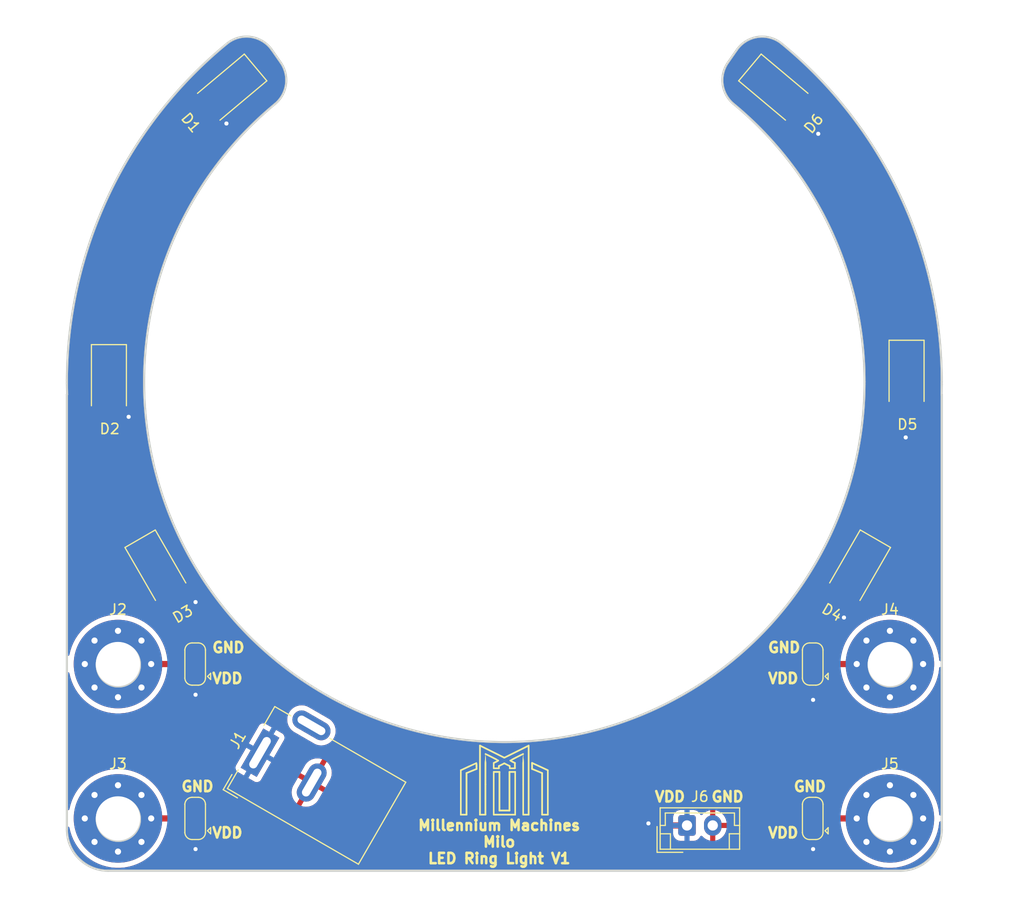
<source format=kicad_pcb>
(kicad_pcb (version 20221018) (generator pcbnew)
  (layers (0 "F.Cu" signal) (31 "B.Cu" signal) (34 "B.Paste" user) (35 "F.Paste" user) (36 "B.SilkS" user "B.Silkscreen") (37 "F.SilkS" user "F.Silkscreen") (38 "B.Mask" user) (39 "F.Mask" user) (44 "Edge.Cuts" user))
  (net 0 "")
  (net 1 "GND")
  (net 2 "VDD")
  (net 3 "Net-(J2-Pin_1)")
  (net 4 "Net-(J3-Pin_1)")
  (net 5 "Net-(J4-Pin_1)")
  (net 6 "Net-(J5-Pin_1)")
  (footprint "MountingHole:MountingHole_4.3mm_M4_Pad_Via" (layer "F.Cu") (at 107.464024 97.518461)
    (fp_text reference "J5" (at 0 -5.3) (layer "F.SilkS"))
    (fp_text value "MountingHole" hide)
    (pad "1" thru_hole circle (at -3.225 0) (size 0.9 0.9) (drill 0.6) (layers "*.Cu" "*.Mask") (net 6 "Net-(J5-Pin_1)"))
    (pad "1" thru_hole circle (at -2.280419 -2.280419) (size 0.9 0.9) (drill 0.6) (layers "*.Cu" "*.Mask") (net 6 "Net-(J5-Pin_1)"))
    (pad "1" thru_hole circle (at -2.280419 2.280419) (size 0.9 0.9) (drill 0.6) (layers "*.Cu" "*.Mask") (net 6 "Net-(J5-Pin_1)"))
    (pad "1" thru_hole circle (at 0 -3.225) (size 0.9 0.9) (drill 0.6) (layers "*.Cu" "*.Mask") (net 6 "Net-(J5-Pin_1)"))
    (pad "1" thru_hole circle (at 0 0) (size 8.6 8.6) (drill 4.3) (layers "*.Cu" "*.Mask") (net 6 "Net-(J5-Pin_1)"))
    (pad "1" thru_hole circle (at 0 3.225) (size 0.9 0.9) (drill 0.6) (layers "*.Cu" "*.Mask") (net 6 "Net-(J5-Pin_1)"))
    (pad "1" thru_hole circle (at 2.280419 -2.280419) (size 0.9 0.9) (drill 0.6) (layers "*.Cu" "*.Mask") (net 6 "Net-(J5-Pin_1)"))
    (pad "1" thru_hole circle (at 2.280419 2.280419) (size 0.9 0.9) (drill 0.6) (layers "*.Cu" "*.Mask") (net 6 "Net-(J5-Pin_1)"))
    (pad "1" thru_hole circle (at 3.225 0) (size 0.9 0.9) (drill 0.6) (layers "*.Cu" "*.Mask") (net 6 "Net-(J5-Pin_1)"))
  )
  (footprint "Jumper:SolderJumper-3_P1.3mm_Open_RoundedPad1.0x1.5mm" (layer "F.Cu") (at 39.964024 82.518461 90)
    (fp_text reference "JP1" hide)
    (fp_text value "M4 Mounting Hole Selector" hide)
    (fp_line (start -2.05 0.3) (end -2.05 -0.3) (stroke (width 0.12)) (layer "F.SilkS"))
    (fp_line (start -1.5 1.5) (end -0.9 1.5) (stroke (width 0.12)) (layer "F.SilkS"))
    (fp_line (start -1.4 -1) (end 1.4 -1) (stroke (width 0.12)) (layer "F.SilkS"))
    (fp_line (start -1.2 1.2) (end -1.5 1.5) (stroke (width 0.12)) (layer "F.SilkS"))
    (fp_line (start -1.2 1.2) (end -0.9 1.5) (stroke (width 0.12)) (layer "F.SilkS"))
    (fp_line (start 1.4 1) (end -1.4 1) (stroke (width 0.12)) (layer "F.SilkS"))
    (fp_line (start 2.05 -0.3) (end 2.05 0.3) (stroke (width 0.12)) (layer "F.SilkS"))
    (fp_arc (start -2.05 -0.3) (mid -1.844975 -0.794975) (end -1.35 -1) (stroke (width 0.12)) (layer "F.SilkS"))
    (fp_arc (start -1.35 1) (mid -1.844975 0.794975) (end -2.05 0.3) (stroke (width 0.12)) (layer "F.SilkS"))
    (fp_arc (start 1.35 -1) (mid 1.844975 -0.794975) (end 2.05 -0.3) (stroke (width 0.12)) (layer "F.SilkS"))
    (fp_arc (start 2.05 0.3) (mid 1.844975 0.794975) (end 1.35 1) (stroke (width 0.12)) (layer "F.SilkS"))
    (pad "1" smd custom (at -1.3 0 90) (size 1 0.5) (layers "F.Cu" "F.Mask") (net 2 "VDD") (options (clearance outline) (anchor rect)) (primitives (gr_circle (center 0 0.25) (end 0.5 0.25) (width 0) (fill yes)) (gr_circle (center 0 -0.25) (end 0.5 -0.25) (width 0) (fill yes)) (gr_poly (pts (xy 0.55 0.75) (xy 0 0.75) (xy 0 -0.75) (xy 0.55 -0.75)) (width 0) (fill yes))))
    (pad "2" smd rect (at 0 0 90) (size 1 1.5) (layers "F.Cu" "F.Mask") (net 3 "Net-(J2-Pin_1)"))
    (pad "3" smd custom (at 1.3 0 90) (size 1 0.5) (layers "F.Cu" "F.Mask") (net 1 "GND") (options (clearance outline) (anchor rect)) (primitives (gr_circle (center 0 0.25) (end 0.5 0.25) (width 0) (fill yes)) (gr_circle (center 0 -0.25) (end 0.5 -0.25) (width 0) (fill yes)) (gr_poly (pts (xy 0 0.75) (xy -0.55 0.75) (xy -0.55 -0.75) (xy 0 -0.75)) (width 0) (fill yes))))
  )
  (footprint "MountingHole:MountingHole_4.3mm_M4_Pad_Via" (layer "F.Cu") (at 32.464024 82.518461)
    (fp_text reference "J2" (at 0 -5.3) (layer "F.SilkS"))
    (fp_text value "MountingHole" hide)
    (pad "1" thru_hole circle (at -3.225 0) (size 0.9 0.9) (drill 0.6) (layers "*.Cu" "*.Mask") (net 3 "Net-(J2-Pin_1)"))
    (pad "1" thru_hole circle (at -2.280419 -2.280419) (size 0.9 0.9) (drill 0.6) (layers "*.Cu" "*.Mask") (net 3 "Net-(J2-Pin_1)"))
    (pad "1" thru_hole circle (at -2.280419 2.280419) (size 0.9 0.9) (drill 0.6) (layers "*.Cu" "*.Mask") (net 3 "Net-(J2-Pin_1)"))
    (pad "1" thru_hole circle (at 0 -3.225) (size 0.9 0.9) (drill 0.6) (layers "*.Cu" "*.Mask") (net 3 "Net-(J2-Pin_1)"))
    (pad "1" thru_hole circle (at 0 0) (size 8.6 8.6) (drill 4.3) (layers "*.Cu" "*.Mask") (net 3 "Net-(J2-Pin_1)"))
    (pad "1" thru_hole circle (at 0 3.225) (size 0.9 0.9) (drill 0.6) (layers "*.Cu" "*.Mask") (net 3 "Net-(J2-Pin_1)"))
    (pad "1" thru_hole circle (at 2.280419 -2.280419) (size 0.9 0.9) (drill 0.6) (layers "*.Cu" "*.Mask") (net 3 "Net-(J2-Pin_1)"))
    (pad "1" thru_hole circle (at 2.280419 2.280419) (size 0.9 0.9) (drill 0.6) (layers "*.Cu" "*.Mask") (net 3 "Net-(J2-Pin_1)"))
    (pad "1" thru_hole circle (at 3.225 0) (size 0.9 0.9) (drill 0.6) (layers "*.Cu" "*.Mask") (net 3 "Net-(J2-Pin_1)"))
  )
  (footprint "LED_SMD:LED_Yuji_5730" (layer "F.Cu") (at 109.082624 54.65 -90)
    (fp_text reference "D5" (at 4.5918 -0.0762 -180) (layer "F.SilkS"))
    (fp_text value "LED")
    (fp_line (start -3.59 -1.7) (end 2.35 -1.7) (stroke (width 0.12)) (layer "F.SilkS"))
    (fp_line (start -3.59 1.7) (end -3.59 -1.7) (stroke (width 0.12)) (layer "F.SilkS"))
    (fp_line (start 2.35 1.7) (end -3.59 1.7) (stroke (width 0.12)) (layer "F.SilkS"))
    (pad "1" smd rect (at -2.85 0 270) (size 1.1 1.7) (layers "F.Cu" "F.Paste" "F.Mask") (net 1 "GND"))
    (pad "2" smd rect (at 0.35 0 270) (size 2.5 1.7) (layers "F.Cu" "F.Paste" "F.Mask") (net 2 "VDD"))
    (pad "2" smd rect (at 2.85 0 270) (size 1.1 1.7) (layers "F.Cu" "F.Paste" "F.Mask") (net 2 "VDD"))
  )
  (footprint "Jumper:SolderJumper-3_P1.3mm_Open_RoundedPad1.0x1.5mm" (layer "F.Cu") (at 99.964024 97.518461 90)
    (fp_text reference "JP4" hide)
    (fp_text value "M4 Mounting Hole Selector" hide)
    (fp_line (start -2.05 0.3) (end -2.05 -0.3) (stroke (width 0.12)) (layer "F.SilkS"))
    (fp_line (start -1.5 1.5) (end -0.9 1.5) (stroke (width 0.12)) (layer "F.SilkS"))
    (fp_line (start -1.4 -1) (end 1.4 -1) (stroke (width 0.12)) (layer "F.SilkS"))
    (fp_line (start -1.2 1.2) (end -1.5 1.5) (stroke (width 0.12)) (layer "F.SilkS"))
    (fp_line (start -1.2 1.2) (end -0.9 1.5) (stroke (width 0.12)) (layer "F.SilkS"))
    (fp_line (start 1.4 1) (end -1.4 1) (stroke (width 0.12)) (layer "F.SilkS"))
    (fp_line (start 2.05 -0.3) (end 2.05 0.3) (stroke (width 0.12)) (layer "F.SilkS"))
    (fp_arc (start -2.05 -0.3) (mid -1.844975 -0.794975) (end -1.35 -1) (stroke (width 0.12)) (layer "F.SilkS"))
    (fp_arc (start -1.35 1) (mid -1.844975 0.794975) (end -2.05 0.3) (stroke (width 0.12)) (layer "F.SilkS"))
    (fp_arc (start 1.35 -1) (mid 1.844975 -0.794975) (end 2.05 -0.3) (stroke (width 0.12)) (layer "F.SilkS"))
    (fp_arc (start 2.05 0.3) (mid 1.844975 0.794975) (end 1.35 1) (stroke (width 0.12)) (layer "F.SilkS"))
    (pad "1" smd custom (at -1.3 0 90) (size 1 0.5) (layers "F.Cu" "F.Mask") (net 2 "VDD") (options (clearance outline) (anchor rect)) (primitives (gr_circle (center 0 0.25) (end 0.5 0.25) (width 0) (fill yes)) (gr_circle (center 0 -0.25) (end 0.5 -0.25) (width 0) (fill yes)) (gr_poly (pts (xy 0.55 0.75) (xy 0 0.75) (xy 0 -0.75) (xy 0.55 -0.75)) (width 0) (fill yes))))
    (pad "2" smd rect (at 0 0 90) (size 1 1.5) (layers "F.Cu" "F.Mask") (net 6 "Net-(J5-Pin_1)"))
    (pad "3" smd custom (at 1.3 0 90) (size 1 0.5) (layers "F.Cu" "F.Mask") (net 1 "GND") (options (clearance outline) (anchor rect)) (primitives (gr_circle (center 0 0.25) (end 0.5 0.25) (width 0) (fill yes)) (gr_circle (center 0 -0.25) (end 0.5 -0.25) (width 0) (fill yes)) (gr_poly (pts (xy 0 0.75) (xy -0.55 0.75) (xy -0.55 -0.75) (xy 0 -0.75)) (width 0) (fill yes))))
  )
  (footprint "Jumper:SolderJumper-3_P1.3mm_Open_RoundedPad1.0x1.5mm" (layer "F.Cu") (at 39.964024 97.518461 90)
    (fp_text reference "JP2" hide)
    (fp_text value "M4 Mounting Hole Selector" hide)
    (fp_line (start -2.05 0.3) (end -2.05 -0.3) (stroke (width 0.12)) (layer "F.SilkS"))
    (fp_line (start -1.5 1.5) (end -0.9 1.5) (stroke (width 0.12)) (layer "F.SilkS"))
    (fp_line (start -1.4 -1) (end 1.4 -1) (stroke (width 0.12)) (layer "F.SilkS"))
    (fp_line (start -1.2 1.2) (end -1.5 1.5) (stroke (width 0.12)) (layer "F.SilkS"))
    (fp_line (start -1.2 1.2) (end -0.9 1.5) (stroke (width 0.12)) (layer "F.SilkS"))
    (fp_line (start 1.4 1) (end -1.4 1) (stroke (width 0.12)) (layer "F.SilkS"))
    (fp_line (start 2.05 -0.3) (end 2.05 0.3) (stroke (width 0.12)) (layer "F.SilkS"))
    (fp_arc (start -2.05 -0.3) (mid -1.844975 -0.794975) (end -1.35 -1) (stroke (width 0.12)) (layer "F.SilkS"))
    (fp_arc (start -1.35 1) (mid -1.844975 0.794975) (end -2.05 0.3) (stroke (width 0.12)) (layer "F.SilkS"))
    (fp_arc (start 1.35 -1) (mid 1.844975 -0.794975) (end 2.05 -0.3) (stroke (width 0.12)) (layer "F.SilkS"))
    (fp_arc (start 2.05 0.3) (mid 1.844975 0.794975) (end 1.35 1) (stroke (width 0.12)) (layer "F.SilkS"))
    (pad "1" smd custom (at -1.3 0 90) (size 1 0.5) (layers "F.Cu" "F.Mask") (net 2 "VDD") (options (clearance outline) (anchor rect)) (primitives (gr_circle (center 0 0.25) (end 0.5 0.25) (width 0) (fill yes)) (gr_circle (center 0 -0.25) (end 0.5 -0.25) (width 0) (fill yes)) (gr_poly (pts (xy 0.55 0.75) (xy 0 0.75) (xy 0 -0.75) (xy 0.55 -0.75)) (width 0) (fill yes))))
    (pad "2" smd rect (at 0 0 90) (size 1 1.5) (layers "F.Cu" "F.Mask") (net 4 "Net-(J3-Pin_1)"))
    (pad "3" smd custom (at 1.3 0 90) (size 1 0.5) (layers "F.Cu" "F.Mask") (net 1 "GND") (options (clearance outline) (anchor rect)) (primitives (gr_circle (center 0 0.25) (end 0.5 0.25) (width 0) (fill yes)) (gr_circle (center 0 -0.25) (end 0.5 -0.25) (width 0) (fill yes)) (gr_poly (pts (xy 0 0.75) (xy -0.55 0.75) (xy -0.55 -0.75) (xy 0 -0.75)) (width 0) (fill yes))))
  )
  (footprint "Jumper:SolderJumper-3_P1.3mm_Open_RoundedPad1.0x1.5mm" (layer "F.Cu") (at 99.964024 82.518461 90)
    (fp_text reference "JP3" hide)
    (fp_text value "M4 Mounting Hole Selector" hide)
    (fp_line (start -2.05 0.3) (end -2.05 -0.3) (stroke (width 0.12)) (layer "F.SilkS"))
    (fp_line (start -1.5 1.5) (end -0.9 1.5) (stroke (width 0.12)) (layer "F.SilkS"))
    (fp_line (start -1.4 -1) (end 1.4 -1) (stroke (width 0.12)) (layer "F.SilkS"))
    (fp_line (start -1.2 1.2) (end -1.5 1.5) (stroke (width 0.12)) (layer "F.SilkS"))
    (fp_line (start -1.2 1.2) (end -0.9 1.5) (stroke (width 0.12)) (layer "F.SilkS"))
    (fp_line (start 1.4 1) (end -1.4 1) (stroke (width 0.12)) (layer "F.SilkS"))
    (fp_line (start 2.05 -0.3) (end 2.05 0.3) (stroke (width 0.12)) (layer "F.SilkS"))
    (fp_arc (start -2.05 -0.3) (mid -1.844975 -0.794975) (end -1.35 -1) (stroke (width 0.12)) (layer "F.SilkS"))
    (fp_arc (start -1.35 1) (mid -1.844975 0.794975) (end -2.05 0.3) (stroke (width 0.12)) (layer "F.SilkS"))
    (fp_arc (start 1.35 -1) (mid 1.844975 -0.794975) (end 2.05 -0.3) (stroke (width 0.12)) (layer "F.SilkS"))
    (fp_arc (start 2.05 0.3) (mid 1.844975 0.794975) (end 1.35 1) (stroke (width 0.12)) (layer "F.SilkS"))
    (pad "1" smd custom (at -1.3 0 90) (size 1 0.5) (layers "F.Cu" "F.Mask") (net 2 "VDD") (options (clearance outline) (anchor rect)) (primitives (gr_circle (center 0 0.25) (end 0.5 0.25) (width 0) (fill yes)) (gr_circle (center 0 -0.25) (end 0.5 -0.25) (width 0) (fill yes)) (gr_poly (pts (xy 0.55 0.75) (xy 0 0.75) (xy 0 -0.75) (xy 0.55 -0.75)) (width 0) (fill yes))))
    (pad "2" smd rect (at 0 0 90) (size 1 1.5) (layers "F.Cu" "F.Mask") (net 5 "Net-(J4-Pin_1)"))
    (pad "3" smd custom (at 1.3 0 90) (size 1 0.5) (layers "F.Cu" "F.Mask") (net 1 "GND") (options (clearance outline) (anchor rect)) (primitives (gr_circle (center 0 0.25) (end 0.5 0.25) (width 0) (fill yes)) (gr_circle (center 0 -0.25) (end 0.5 -0.25) (width 0) (fill yes)) (gr_poly (pts (xy 0 0.75) (xy -0.55 0.75) (xy -0.55 -0.75) (xy 0 -0.75)) (width 0) (fill yes))))
  )
  (footprint "MountingHole:MountingHole_4.3mm_M4_Pad_Via" (layer "F.Cu") (at 32.464024 97.518461)
    (fp_text reference "J3" (at 0 -5.3) (layer "F.SilkS"))
    (fp_text value "MountingHole" hide)
    (pad "1" thru_hole circle (at -3.225 0) (size 0.9 0.9) (drill 0.6) (layers "*.Cu" "*.Mask") (net 4 "Net-(J3-Pin_1)"))
    (pad "1" thru_hole circle (at -2.280419 -2.280419) (size 0.9 0.9) (drill 0.6) (layers "*.Cu" "*.Mask") (net 4 "Net-(J3-Pin_1)"))
    (pad "1" thru_hole circle (at -2.280419 2.280419) (size 0.9 0.9) (drill 0.6) (layers "*.Cu" "*.Mask") (net 4 "Net-(J3-Pin_1)"))
    (pad "1" thru_hole circle (at 0 -3.225) (size 0.9 0.9) (drill 0.6) (layers "*.Cu" "*.Mask") (net 4 "Net-(J3-Pin_1)"))
    (pad "1" thru_hole circle (at 0 0) (size 8.6 8.6) (drill 4.3) (layers "*.Cu" "*.Mask") (net 4 "Net-(J3-Pin_1)"))
    (pad "1" thru_hole circle (at 0 3.225) (size 0.9 0.9) (drill 0.6) (layers "*.Cu" "*.Mask") (net 4 "Net-(J3-Pin_1)"))
    (pad "1" thru_hole circle (at 2.280419 -2.280419) (size 0.9 0.9) (drill 0.6) (layers "*.Cu" "*.Mask") (net 4 "Net-(J3-Pin_1)"))
    (pad "1" thru_hole circle (at 2.280419 2.280419) (size 0.9 0.9) (drill 0.6) (layers "*.Cu" "*.Mask") (net 4 "Net-(J3-Pin_1)"))
    (pad "1" thru_hole circle (at 3.225 0) (size 0.9 0.9) (drill 0.6) (layers "*.Cu" "*.Mask") (net 4 "Net-(J3-Pin_1)"))
  )
  (footprint "Connector_JST:JST_EH_B2B-EH-A_1x02_P2.50mm_Vertical" (layer "F.Cu") (at 87.75 98.2)
    (fp_text reference "J6" (at 1.25 -2.8) (layer "F.SilkS"))
    (fp_text value "Power Connector")
    (fp_line (start -2.91 0.11) (end -2.91 2.61) (stroke (width 0.12)) (layer "F.SilkS"))
    (fp_line (start -2.91 2.61) (end -0.41 2.61) (stroke (width 0.12)) (layer "F.SilkS"))
    (fp_line (start -2.61 -1.71) (end -2.61 2.31) (stroke (width 0.12)) (layer "F.SilkS"))
    (fp_line (start -2.61 0) (end -2.11 0) (stroke (width 0.12)) (layer "F.SilkS"))
    (fp_line (start -2.61 0.81) (end -1.61 0.81) (stroke (width 0.12)) (layer "F.SilkS"))
    (fp_line (start -2.61 2.31) (end 5.11 2.31) (stroke (width 0.12)) (layer "F.SilkS"))
    (fp_line (start -2.11 -1.21) (end 4.61 -1.21) (stroke (width 0.12)) (layer "F.SilkS"))
    (fp_line (start -2.11 0) (end -2.11 -1.21) (stroke (width 0.12)) (layer "F.SilkS"))
    (fp_line (start -1.61 0.81) (end -1.61 2.31) (stroke (width 0.12)) (layer "F.SilkS"))
    (fp_line (start 4.11 0.81) (end 4.11 2.31) (stroke (width 0.12)) (layer "F.SilkS"))
    (fp_line (start 4.61 -1.21) (end 4.61 0) (stroke (width 0.12)) (layer "F.SilkS"))
    (fp_line (start 4.61 0) (end 5.11 0) (stroke (width 0.12)) (layer "F.SilkS"))
    (fp_line (start 5.11 -1.71) (end -2.61 -1.71) (stroke (width 0.12)) (layer "F.SilkS"))
    (fp_line (start 5.11 0.81) (end 4.11 0.81) (stroke (width 0.12)) (layer "F.SilkS"))
    (fp_line (start 5.11 2.31) (end 5.11 -1.71) (stroke (width 0.12)) (layer "F.SilkS"))
    (pad "1" thru_hole roundrect (at 0 0) (size 1.7 2) (drill 1) (layers "*.Cu" "*.Mask") (roundrect_rratio 0.1470588235) (net 2 "VDD"))
    (pad "2" thru_hole oval (at 2.5 0) (size 1.7 2) (drill 1) (layers "*.Cu" "*.Mask") (net 1 "GND"))
  )
  (footprint "Connector_BarrelJack:BarrelJack_Wuerth_6941xx301002" (layer "F.Cu") (at 46.261858 91.13308 60)
    (fp_text reference "J1" (at 0 -2.5 60) (layer "F.SilkS"))
    (fp_text value "Barrel_Jack_MountingPin" hide)
    (fp_line (start -4.9 -1.3) (end -4.9 0.3) (stroke (width 0.12)) (layer "F.SilkS"))
    (fp_line (start -4.6 -1) (end -2.5 -1) (stroke (width 0.12)) (layer "F.SilkS"))
    (fp_line (start -4.6 13.7) (end -4.6 -1) (stroke (width 0.12)) (layer "F.SilkS"))
    (fp_line (start -3.2 -1.3) (end -4.9 -1.3) (stroke (width 0.12)) (layer "F.SilkS"))
    (fp_line (start 2.5 -1) (end 4.6 -1) (stroke (width 0.12)) (layer "F.SilkS"))
    (fp_line (start 4.6 -1) (end 4.6 0.8) (stroke (width 0.12)) (layer "F.SilkS"))
    (fp_line (start 4.6 5.2) (end 4.6 13.7) (stroke (width 0.12)) (layer "F.SilkS"))
    (fp_line (start 4.6 13.7) (end -4.6 13.7) (stroke (width 0.12)) (layer "F.SilkS"))
    (pad "1" thru_hole rect (at 0 0 60) (size 4.4 1.8) (drill oval 3.4 0.8) (layers "*.Cu" "*.Mask") (net 2 "VDD"))
    (pad "2" thru_hole oval (at 0 5.8 60) (size 4 1.8) (drill oval 3 0.8) (layers "*.Cu" "*.Mask") (net 1 "GND"))
    (pad "3" thru_hole oval (at 4.8 3 150) (size 4 1.8) (drill oval 3 0.8) (layers "*.Cu" "*.Mask"))
  )
  (footprint "LED_SMD:LED_Yuji_5730" (layer "F.Cu") (at 36.407624 73.450552 -60)
    (fp_text reference "D3" (at 4.831557 0.072697 30) (layer "F.SilkS"))
    (fp_text value "LED")
    (fp_line (start -3.59 -1.7) (end 2.35 -1.7) (stroke (width 0.12)) (layer "F.SilkS"))
    (fp_line (start -3.59 1.7) (end -3.59 -1.7) (stroke (width 0.12)) (layer "F.SilkS"))
    (fp_line (start 2.35 1.7) (end -3.59 1.7) (stroke (width 0.12)) (layer "F.SilkS"))
    (pad "1" smd rect (at -2.85 0 300) (size 1.1 1.7) (layers "F.Cu" "F.Paste" "F.Mask") (net 1 "GND"))
    (pad "2" smd rect (at 0.35 0 300) (size 2.5 1.7) (layers "F.Cu" "F.Paste" "F.Mask") (net 2 "VDD"))
    (pad "2" smd rect (at 2.85 0 300) (size 1.1 1.7) (layers "F.Cu" "F.Paste" "F.Mask") (net 2 "VDD"))
  )
  (footprint "LED_SMD:LED_Yuji_5730" (layer "F.Cu") (at 104.257624 73.450552 -120)
    (fp_text reference "D4" (at 4.720987 0.075173 -210) (layer "F.SilkS"))
    (fp_text value "LED")
    (fp_line (start -3.59 -1.7) (end 2.35 -1.7) (stroke (width 0.12)) (layer "F.SilkS"))
    (fp_line (start -3.59 1.7) (end -3.59 -1.7) (stroke (width 0.12)) (layer "F.SilkS"))
    (fp_line (start 2.35 1.7) (end -3.59 1.7) (stroke (width 0.12)) (layer "F.SilkS"))
    (pad "1" smd rect (at -2.85 0 240) (size 1.1 1.7) (layers "F.Cu" "F.Paste" "F.Mask") (net 1 "GND"))
    (pad "2" smd rect (at 0.35 0 240) (size 2.5 1.7) (layers "F.Cu" "F.Paste" "F.Mask") (net 2 "VDD"))
    (pad "2" smd rect (at 2.85 0 240) (size 1.1 1.7) (layers "F.Cu" "F.Paste" "F.Mask") (net 2 "VDD"))
  )
  (footprint "LED_SMD:LED_Yuji_5730" (layer "F.Cu") (at 31.582624 55.0728 -90)
    (fp_text reference "D2" (at 4.5974 -0.0762 -180) (layer "F.SilkS"))
    (fp_text value "LED")
    (fp_line (start -3.59 -1.7) (end 2.35 -1.7) (stroke (width 0.12)) (layer "F.SilkS"))
    (fp_line (start -3.59 1.7) (end -3.59 -1.7) (stroke (width 0.12)) (layer "F.SilkS"))
    (fp_line (start 2.35 1.7) (end -3.59 1.7) (stroke (width 0.12)) (layer "F.SilkS"))
    (pad "1" smd rect (at -2.85 0 270) (size 1.1 1.7) (layers "F.Cu" "F.Paste" "F.Mask") (net 1 "GND"))
    (pad "2" smd rect (at 0.35 0 270) (size 2.5 1.7) (layers "F.Cu" "F.Paste" "F.Mask") (net 2 "VDD"))
    (pad "2" smd rect (at 2.85 0 270) (size 1.1 1.7) (layers "F.Cu" "F.Paste" "F.Mask") (net 2 "VDD"))
  )
  (footprint "LED_SMD:LED_Yuji_5730" (layer "F.Cu") (at 96.611224 26.860261 -40)
    (fp_text reference "D6" (at 4.670748 0.192288 50) (layer "F.SilkS"))
    (fp_text value "LED")
    (fp_line (start -3.59 -1.7) (end 2.35 -1.7) (stroke (width 0.12)) (layer "F.SilkS"))
    (fp_line (start -3.59 1.7) (end -3.59 -1.7) (stroke (width 0.12)) (layer "F.SilkS"))
    (fp_line (start 2.35 1.7) (end -3.59 1.7) (stroke (width 0.12)) (layer "F.SilkS"))
    (pad "1" smd rect (at -2.85 0 320) (size 1.1 1.7) (layers "F.Cu" "F.Paste" "F.Mask") (net 1 "GND"))
    (pad "2" smd rect (at 0.35 0 320) (size 2.5 1.7) (layers "F.Cu" "F.Paste" "F.Mask") (net 2 "VDD"))
    (pad "2" smd rect (at 2.85 0 320) (size 1.1 1.7) (layers "F.Cu" "F.Paste" "F.Mask") (net 2 "VDD"))
  )
  (footprint "LED_SMD:LED_Yuji_5730" (layer "F.Cu") (at 43.08214 26.860261 -140)
    (fp_text reference "D1" (at 4.686175 -0.068488 -230) (layer "F.SilkS"))
    (fp_text value "LED")
    (fp_line (start -3.59 -1.7) (end 2.35 -1.7) (stroke (width 0.12)) (layer "F.SilkS"))
    (fp_line (start -3.59 1.7) (end -3.59 -1.7) (stroke (width 0.12)) (layer "F.SilkS"))
    (fp_line (start 2.35 1.7) (end -3.59 1.7) (stroke (width 0.12)) (layer "F.SilkS"))
    (pad "1" smd rect (at -2.85 0 220) (size 1.1 1.7) (layers "F.Cu" "F.Paste" "F.Mask") (net 1 "GND"))
    (pad "2" smd rect (at 0.35 0 220) (size 2.5 1.7) (layers "F.Cu" "F.Paste" "F.Mask") (net 2 "VDD"))
    (pad "2" smd rect (at 2.85 0 220) (size 1.1 1.7) (layers "F.Cu" "F.Paste" "F.Mask") (net 2 "VDD"))
  )
  (footprint "MountingHole:MountingHole_4.3mm_M4_Pad_Via" (layer "F.Cu") (at 107.464024 82.518461)
    (fp_text reference "J4" (at 0 -5.3) (layer "F.SilkS"))
    (fp_text value "MountingHole" hide)
    (pad "1" thru_hole circle (at -3.225 0) (size 0.9 0.9) (drill 0.6) (layers "*.Cu" "*.Mask") (net 5 "Net-(J4-Pin_1)"))
    (pad "1" thru_hole circle (at -2.280419 -2.280419) (size 0.9 0.9) (drill 0.6) (layers "*.Cu" "*.Mask") (net 5 "Net-(J4-Pin_1)"))
    (pad "1" thru_hole circle (at -2.280419 2.280419) (size 0.9 0.9) (drill 0.6) (layers "*.Cu" "*.Mask") (net 5 "Net-(J4-Pin_1)"))
    (pad "1" thru_hole circle (at 0 -3.225) (size 0.9 0.9) (drill 0.6) (layers "*.Cu" "*.Mask") (net 5 "Net-(J4-Pin_1)"))
    (pad "1" thru_hole circle (at 0 0) (size 8.6 8.6) (drill 4.3) (layers "*.Cu" "*.Mask") (net 5 "Net-(J4-Pin_1)"))
    (pad "1" thru_hole circle (at 0 3.225) (size 0.9 0.9) (drill 0.6) (layers "*.Cu" "*.Mask") (net 5 "Net-(J4-Pin_1)"))
    (pad "1" thru_hole circle (at 2.280419 -2.280419) (size 0.9 0.9) (drill 0.6) (layers "*.Cu" "*.Mask") (net 5 "Net-(J4-Pin_1)"))
    (pad "1" thru_hole circle (at 2.280419 2.280419) (size 0.9 0.9) (drill 0.6) (layers "*.Cu" "*.Mask") (net 5 "Net-(J4-Pin_1)"))
    (pad "1" thru_hole circle (at 3.225 0) (size 0.9 0.9) (drill 0.6) (layers "*.Cu" "*.Mask") (net 5 "Net-(J4-Pin_1)"))
  )
  (gr_curve (pts (xy 71.02848 92.128342) (xy 70.954308 92.092564) (xy 70.880135 92.056783) (xy 70.805965 92.021003)) (stroke (width 0.15)) (layer "F.SilkS"))
  (gr_line (start 71.02848 92.128342) (end 71.028479 92.647457) (stroke (width 0.15)) (layer "F.SilkS"))
  (gr_line (start 67.63513 97.154988) (end 67.63512 90.444122) (stroke (width 0.15)) (layer "F.SilkS"))
  (gr_line (start 66.327843 97.154984) (end 65.771558 97.154985) (stroke (width 0.15)) (layer "F.SilkS"))
  (gr_line (start 69.470944 92.647458) (end 68.970283 92.647459) (stroke (width 0.15)) (layer "F.SilkS"))
  (gr_line (start 72.363567 90.444126) (end 72.363567 97.154986) (stroke (width 0.15)) (layer "F.SilkS"))
  (gr_curve (pts (xy 68.176149 91.262466) (xy 68.208734 91.262468) (xy 69.415245 91.878037) (xy 69.415313 91.894666)) (stroke (width 0.15)) (layer "F.SilkS"))
  (gr_line (start 69.470999 92.433412) (end 69.470944 92.647458) (stroke (width 0.15)) (layer "F.SilkS"))
  (gr_line (start 68.970283 92.647459) (end 68.970284 92.128341) (stroke (width 0.15)) (layer "F.SilkS"))
  (gr_line (start 72.697334 92.711779) (end 72.697335 92.128343) (stroke (width 0.15)) (layer "F.SilkS"))
  (gr_line (start 72.697335 92.128343) (end 74.226 92.836319) (stroke (width 0.15)) (layer "F.SilkS"))
  (gr_curve (pts (xy 68.163602 97.154988) (xy 68.163599 96.172902) (xy 68.163601 95.190817) (xy 68.163598 94.208729)) (stroke (width 0.15)) (layer "F.SilkS"))
  (gr_line (start 74.226985 97.15498) (end 73.67084 97.15498) (stroke (width 0.15)) (layer "F.SilkS"))
  (gr_line (start 67.63513 97.154988) (end 67.63512 90.444122) (stroke (width 0.15)) (layer "F.SilkS"))
  (gr_line (start 68.163602 97.154988) (end 67.63513 97.154988) (stroke (width 0.15)) (layer "F.SilkS"))
  (gr_line (start 71.056286 97.154982) (end 68.970214 97.154981) (stroke (width 0.15)) (layer "F.SilkS"))
  (gr_line (start 70.500002 96.752075) (end 70.5 93) (stroke (width 0.15)) (layer "F.SilkS"))
  (gr_curve (pts (xy 71.835096 94.208729) (xy 71.835093 92.588285) (xy 71.829453 91.262466) (xy 71.822551 91.262466)) (stroke (width 0.15)) (layer "F.SilkS"))
  (gr_line (start 68.970214 93.000001) (end 69.5265 93.000001) (stroke (width 0.15)) (layer "F.SilkS"))
  (gr_line (start 69.470999 92.433412) (end 69.470944 92.647458) (stroke (width 0.15)) (layer "F.SilkS"))
  (gr_line (start 71.056286 93.000001) (end 71.056286 97.154982) (stroke (width 0.15)) (layer "F.SilkS"))
  (gr_line (start 68.970214 97.154981) (end 68.970214 93.000001) (stroke (width 0.15)) (layer "F.SilkS"))
  (gr_line (start 68.970214 93.000001) (end 69.5265 93.000001) (stroke (width 0.15)) (layer "F.SilkS"))
  (gr_curve (pts (xy 71.835096 94.208729) (xy 71.835093 92.588285) (xy 71.829453 91.262466) (xy 71.822551 91.262466)) (stroke (width 0.15)) (layer "F.SilkS"))
  (gr_line (start 67.301347 92.71178) (end 66.327843 93.111231) (stroke (width 0.15)) (layer "F.SilkS"))
  (gr_line (start 74.226 92.836319) (end 74.226985 97.15498) (stroke (width 0.15)) (layer "F.SilkS"))
  (gr_line (start 72.697334 92.711779) (end 72.697335 92.128343) (stroke (width 0.15)) (layer "F.SilkS"))
  (gr_curve (pts (xy 67.301347 92.71178) (xy 67.301345 92.617121) (xy 67.301348 92.522463) (xy 67.301345 92.427803)) (stroke (width 0.15)) (layer "F.SilkS"))
  (gr_line (start 67.63512 90.444122) (end 69.999345 91.619652) (stroke (width 0.15)) (layer "F.SilkS"))
  (gr_line (start 70.527822 92.647456) (end 70.527822 92.433411) (stroke (width 0.15)) (layer "F.SilkS"))
  (gr_curve (pts (xy 67.301345 92.427803) (xy 67.301344 92.271614) (xy 67.293826 92.143823) (xy 67.28464 92.143822)) (stroke (width 0.15)) (layer "F.SilkS"))
  (gr_line (start 70.5 93) (end 71.056286 93.000001) (stroke (width 0.15)) (layer "F.SilkS"))
  (gr_curve (pts (xy 71.02848 92.128342) (xy 70.954308 92.092564) (xy 70.880135 92.056783) (xy 70.805965 92.021003)) (stroke (width 0.15)) (layer "F.SilkS"))
  (gr_line (start 67.301347 92.71178) (end 66.327843 93.111231) (stroke (width 0.15)) (layer "F.SilkS"))
  (gr_line (start 69.470944 92.647458) (end 68.970283 92.647459) (stroke (width 0.15)) (layer "F.SilkS"))
  (gr_curve (pts (xy 69.192802 92.021005) (xy 69.315184 91.96197) (xy 69.415314 91.905114) (xy 69.415313 91.894666)) (stroke (width 0.15)) (layer "F.SilkS"))
  (gr_curve (pts (xy 71.835094 97.154985) (xy 71.835096 96.172898) (xy 71.835095 95.190813) (xy 71.835096 94.208729)) (stroke (width 0.15)) (layer "F.SilkS"))
  (gr_curve (pts (xy 67.301345 92.427803) (xy 67.301344 92.271614) (xy 67.293826 92.143823) (xy 67.28464 92.143822)) (stroke (width 0.15)) (layer "F.SilkS"))
  (gr_line (start 65.771558 97.154985) (end 65.772689 92.836313) (stroke (width 0.15)) (layer "F.SilkS"))
  (gr_line (start 74.226 92.836319) (end 74.226985 97.15498) (stroke (width 0.15)) (layer "F.SilkS"))
  (gr_line (start 68.970283 92.647459) (end 68.970284 92.128341) (stroke (width 0.15)) (layer "F.SilkS"))
  (gr_curve (pts (xy 67.301347 92.71178) (xy 67.301345 92.617121) (xy 67.301348 92.522463) (xy 67.301345 92.427803)) (stroke (width 0.15)) (layer "F.SilkS"))
  (gr_line (start 72.697335 92.128343) (end 74.226 92.836319) (stroke (width 0.15)) (layer "F.SilkS"))
  (gr_line (start 69.5265 93.000001) (end 69.526496 96.752076) (stroke (width 0.15)) (layer "F.SilkS"))
  (gr_line (start 72.363567 97.154986) (end 71.835094 97.154985) (stroke (width 0.15)) (layer "F.SilkS"))
  (gr_line (start 71.028479 92.647457) (end 70.527822 92.647456) (stroke (width 0.15)) (layer "F.SilkS"))
  (gr_line (start 70.5 93) (end 71.056286 93.000001) (stroke (width 0.15)) (layer "F.SilkS"))
  (gr_curve (pts (xy 68.970284 92.128341) (xy 69.044455 92.092562) (xy 69.118628 92.056781) (xy 69.192802 92.021005)) (stroke (width 0.15)) (layer "F.SilkS"))
  (gr_line (start 66.327843 93.111231) (end 66.327843 97.154984) (stroke (width 0.15)) (layer "F.SilkS"))
  (gr_line (start 69.999409 92.166712) (end 69.470999 92.433412) (stroke (width 0.15)) (layer "F.SilkS"))
  (gr_curve (pts (xy 70.805965 92.021003) (xy 70.683582 91.96197) (xy 70.583449 91.905113) (xy 70.583447 91.894666)) (stroke (width 0.15)) (layer "F.SilkS"))
  (gr_curve (pts (xy 68.176149 91.262466) (xy 68.208734 91.262468) (xy 69.415245 91.878037) (xy 69.415313 91.894666)) (stroke (width 0.15)) (layer "F.SilkS"))
  (gr_line (start 71.056286 97.154982) (end 68.970214 97.154981) (stroke (width 0.15)) (layer "F.SilkS"))
  (gr_line (start 71.02848 92.128342) (end 71.028479 92.647457) (stroke (width 0.15)) (layer "F.SilkS"))
  (gr_curve (pts (xy 68.163598 94.208729) (xy 68.1636 92.588286) (xy 68.169246 91.262467) (xy 68.176149 91.262466)) (stroke (width 0.15)) (layer "F.SilkS"))
  (gr_line (start 70.527822 92.433411) (end 69.999409 92.166712) (stroke (width 0.15)) (layer "F.SilkS"))
  (gr_curve (pts (xy 68.970284 92.128341) (xy 69.044455 92.092562) (xy 69.118628 92.056781) (xy 69.192802 92.021005)) (stroke (width 0.15)) (layer "F.SilkS"))
  (gr_curve (pts (xy 65.772689 92.836313) (xy 66.021894 92.720901) (xy 66.271104 92.605483) (xy 66.520305 92.49007)) (stroke (width 0.15)) (layer "F.SilkS"))
  (gr_line (start 66.327843 93.111231) (end 66.327843 97.154984) (stroke (width 0.15)) (layer "F.SilkS"))
  (gr_line (start 71.056286 93.000001) (end 71.056286 97.154982) (stroke (width 0.15)) (layer "F.SilkS"))
  (gr_curve (pts (xy 70.805965 92.021003) (xy 70.683582 91.96197) (xy 70.583449 91.905113) (xy 70.583447 91.894666)) (stroke (width 0.15)) (layer "F.SilkS"))
  (gr_line (start 67.63512 90.444122) (end 69.999345 91.619652) (stroke (width 0.15)) (layer "F.SilkS"))
  (gr_curve (pts (xy 69.192802 92.021005) (xy 69.315184 91.96197) (xy 69.415314 91.905114) (xy 69.415313 91.894666)) (stroke (width 0.15)) (layer "F.SilkS"))
  (gr_line (start 71.028479 92.647457) (end 70.527822 92.647456) (stroke (width 0.15)) (layer "F.SilkS"))
  (gr_line (start 73.670838 93.111229) (end 72.697334 92.711779) (stroke (width 0.15)) (layer "F.SilkS"))
  (gr_line (start 73.67084 97.15498) (end 73.670838 93.111229) (stroke (width 0.15)) (layer "F.SilkS"))
  (gr_line (start 70.527822 92.433411) (end 69.999409 92.166712) (stroke (width 0.15)) (layer "F.SilkS"))
  (gr_curve (pts (xy 70.583447 91.894666) (xy 70.583451 91.878036) (xy 71.789962 91.262467) (xy 71.822551 91.262466)) (stroke (width 0.15)) (layer "F.SilkS"))
  (gr_line (start 69.526496 96.752076) (end 70.500002 96.752075) (stroke (width 0.15)) (layer "F.SilkS"))
  (gr_line (start 72.363567 97.154986) (end 71.835094 97.154985) (stroke (width 0.15)) (layer "F.SilkS"))
  (gr_line (start 69.526496 96.752076) (end 70.500002 96.752075) (stroke (width 0.15)) (layer "F.SilkS"))
  (gr_curve (pts (xy 68.163602 97.154988) (xy 68.163599 96.172902) (xy 68.163601 95.190817) (xy 68.163598 94.208729)) (stroke (width 0.15)) (layer "F.SilkS"))
  (gr_line (start 74.226985 97.15498) (end 73.67084 97.15498) (stroke (width 0.15)) (layer "F.SilkS"))
  (gr_curve (pts (xy 66.520305 92.49007) (xy 66.931499 92.299636) (xy 67.275449 92.143823) (xy 67.28464 92.143822)) (stroke (width 0.15)) (layer "F.SilkS"))
  (gr_curve (pts (xy 71.835094 97.154985) (xy 71.835096 96.172898) (xy 71.835095 95.190813) (xy 71.835096 94.208729)) (stroke (width 0.15)) (layer "F.SilkS"))
  (gr_line (start 70.527822 92.647456) (end 70.527822 92.433411) (stroke (width 0.15)) (layer "F.SilkS"))
  (gr_line (start 65.771558 97.154985) (end 65.772689 92.836313) (stroke (width 0.15)) (layer "F.SilkS"))
  (gr_line (start 69.5265 93.000001) (end 69.526496 96.752076) (stroke (width 0.15)) (layer "F.SilkS"))
  (gr_curve (pts (xy 70.583447 91.894666) (xy 70.583451 91.878036) (xy 71.789962 91.262467) (xy 71.822551 91.262466)) (stroke (width 0.15)) (layer "F.SilkS"))
  (gr_line (start 69.999345 91.619652) (end 72.363567 90.444126) (stroke (width 0.15)) (layer "F.SilkS"))
  (gr_line (start 70.500002 96.752075) (end 70.5 93) (stroke (width 0.15)) (layer "F.SilkS"))
  (gr_line (start 66.327843 97.154984) (end 65.771558 97.154985) (stroke (width 0.15)) (layer "F.SilkS"))
  (gr_line (start 73.670838 93.111229) (end 72.697334 92.711779) (stroke (width 0.15)) (layer "F.SilkS"))
  (gr_curve (pts (xy 68.163598 94.208729) (xy 68.1636 92.588286) (xy 68.169246 91.262467) (xy 68.176149 91.262466)) (stroke (width 0.15)) (layer "F.SilkS"))
  (gr_line (start 69.999409 92.166712) (end 69.470999 92.433412) (stroke (width 0.15)) (layer "F.SilkS"))
  (gr_curve (pts (xy 65.772689 92.836313) (xy 66.021894 92.720901) (xy 66.271104 92.605483) (xy 66.520305 92.49007)) (stroke (width 0.15)) (layer "F.SilkS"))
  (gr_line (start 68.970214 97.154981) (end 68.970214 93.000001) (stroke (width 0.15)) (layer "F.SilkS"))
  (gr_line (start 69.999345 91.619652) (end 72.363567 90.444126) (stroke (width 0.15)) (layer "F.SilkS"))
  (gr_line (start 72.363567 90.444126) (end 72.363567 97.154986) (stroke (width 0.15)) (layer "F.SilkS"))
  (gr_line (start 68.163602 97.154988) (end 67.63513 97.154988) (stroke (width 0.15)) (layer "F.SilkS"))
  (gr_line (start 73.67084 97.15498) (end 73.670838 93.111229) (stroke (width 0.15)) (layer "F.SilkS"))
  (gr_curve (pts (xy 66.520305 92.49007) (xy 66.931499 92.299636) (xy 67.275449 92.143823) (xy 67.28464 92.143822)) (stroke (width 0.15)) (layer "F.SilkS"))
  (gr_line (start 112.5 98.6) (end 112.5 56.341751) (stroke (width 0.2)) (layer "Edge.Cuts"))
  (gr_line (start 112.481855 56.341751) (end 112.499312 55.341751) (stroke (width 0.2)) (layer "Edge.Cuts"))
  (gr_line (start 112.5 56.341751) (end 112.481855 56.341751) (stroke (width 0.2)) (layer "Edge.Cuts"))
  (gr_line (start 27.500343 54.929289) (end 27.500343 55.27071) (stroke (width 0.2)) (layer "Edge.Cuts"))
  (gr_line (start 112.499312 55.100003) (end 112.5 55.1) (stroke (width 0.2)) (layer "Edge.Cuts"))
  (gr_circle (center 32.500343 97.6) (end 34.600343 97.6) (stroke (width 0.2)) (fill none) (layer "Edge.Cuts"))
  (gr_circle (center 107.5 82.6) (end 109.6 82.6) (stroke (width 0.2)) (fill none) (layer "Edge.Cuts"))
  (gr_arc (start 92.275963 28.104047) (mid 101.659586 40.177847) (end 105 55.1) (stroke (width 0.2)) (layer "Edge.Cuts"))
  (gr_line (start 48.272125 24.069378) (end 47.409169 22.83695) (stroke (width 0.2)) (layer "Edge.Cuts"))
  (gr_arc (start 92.59083 22.83695) (mid 94.639993 21.585591) (end 96.950688 22.238009) (stroke (width 0.2)) (layer "Edge.Cuts"))
  (gr_line (start 104.999165 55.100003) (end 104.999165 55.341751) (stroke (width 0.2)) (layer "Edge.Cuts"))
  (gr_line (start 27.500343 54.929289) (end 27.500343 55.27071) (stroke (width 0.2)) (layer "Edge.Cuts"))
  (gr_line (start 27.500343 55.27071) (end 27.518144 56.341751) (stroke (width 0.2)) (layer "Edge.Cuts"))
  (gr_line (start 27.518144 56.341751) (end 27.500343 56.341751) (stroke (width 0.2)) (layer "Edge.Cuts"))
  (gr_arc (start 31.500343 102.6) (mid 28.671916 101.428427) (end 27.500343 98.6) (stroke (width 0.2)) (layer "Edge.Cuts"))
  (gr_line (start 104.999165 55.100003) (end 104.999165 55.341751) (stroke (width 0.2)) (layer "Edge.Cuts"))
  (gr_arc (start 92.275963 28.104047) (mid 101.659586 40.177847) (end 105 55.1) (stroke (width 0.2)) (layer "Edge.Cuts"))
  (gr_line (start 27.500343 56.341751) (end 27.500343 98.6) (stroke (width 0.2)) (layer "Edge.Cuts"))
  (gr_line (start 112.481855 56.341751) (end 112.499312 55.341751) (stroke (width 0.2)) (layer "Edge.Cuts"))
  (gr_arc (start 104.999165 55.341751) (mid 54.968596 86.707861) (end 47.724037 28.104047) (stroke (width 0.2)) (layer "Edge.Cuts"))
  (gr_line (start 112.5 56.341751) (end 112.481855 56.341751) (stroke (width 0.2)) (layer "Edge.Cuts"))
  (gr_circle (center 32.500343 82.6) (end 34.600343 82.6) (stroke (width 0.2)) (fill none) (layer "Edge.Cuts"))
  (gr_arc (start 31.500343 102.6) (mid 28.671916 101.428427) (end 27.500343 98.6) (stroke (width 0.2)) (layer "Edge.Cuts"))
  (gr_arc (start 96.950688 22.238009) (mid 108.416496 36.922462) (end 112.5 55.1) (stroke (width 0.2)) (layer "Edge.Cuts"))
  (gr_arc (start 27.500343 54.929289) (mid 31.620089 36.845344) (end 43.049312 22.238009) (stroke (width 0.2)) (layer "Edge.Cuts"))
  (gr_arc (start 104.999165 55.341751) (mid 54.968596 86.707861) (end 47.724037 28.104047) (stroke (width 0.2)) (layer "Edge.Cuts"))
  (gr_arc (start 92.275963 28.104047) (mid 91.212635 26.193933) (end 91.727875 24.069378) (stroke (width 0.2)) (layer "Edge.Cuts"))
  (gr_arc (start 92.59083 22.83695) (mid 94.639993 21.585591) (end 96.950688 22.238009) (stroke (width 0.2)) (layer "Edge.Cuts"))
  (gr_line (start 27.518144 56.341751) (end 27.500343 56.341751) (stroke (width 0.2)) (layer "Edge.Cuts"))
  (gr_arc (start 96.950688 22.238009) (mid 108.416496 36.922462) (end 112.5 55.1) (stroke (width 0.2)) (layer "Edge.Cuts"))
  (gr_line (start 112.499312 55.341751) (end 112.499312 55.100003) (stroke (width 0.2)) (layer "Edge.Cuts"))
  (gr_line (start 27.500343 55.27071) (end 27.518144 56.341751) (stroke (width 0.2)) (layer "Edge.Cuts"))
  (gr_arc (start 43.049312 22.238009) (mid 45.360007 21.585593) (end 47.409169 22.83695) (stroke (width 0.2)) (layer "Edge.Cuts"))
  (gr_line (start 112.499312 55.341751) (end 112.499312 55.100003) (stroke (width 0.2)) (layer "Edge.Cuts"))
  (gr_line (start 112.499312 55.100003) (end 112.5 55.1) (stroke (width 0.2)) (layer "Edge.Cuts"))
  (gr_line (start 27.500343 56.341751) (end 27.500343 98.6) (stroke (width 0.2)) (layer "Edge.Cuts"))
  (gr_line (start 105 55.1) (end 104.999165 55.100003) (stroke (width 0.2)) (layer "Edge.Cuts"))
  (gr_line (start 105 55.1) (end 104.999165 55.100003) (stroke (width 0.2)) (layer "Edge.Cuts"))
  (gr_line (start 92.59083 22.83695) (end 91.727875 24.069378) (stroke (width 0.2)) (layer "Edge.Cuts"))
  (gr_line (start 48.272125 24.069378) (end 47.409169 22.83695) (stroke (width 0.2)) (layer "Edge.Cuts"))
  (gr_circle (center 107.5 97.6) (end 109.6 97.6) (stroke (width 0.2)) (fill none) (layer "Edge.Cuts"))
  (gr_arc (start 27.500343 54.929289) (mid 31.620089 36.845344) (end 43.049312 22.238009) (stroke (width 0.2)) (layer "Edge.Cuts"))
  (gr_line (start 112.5 98.6) (end 112.5 56.341751) (stroke (width 0.2)) (layer "Edge.Cuts"))
  (gr_arc (start 48.272125 24.069378) (mid 48.787365 26.193932) (end 47.724037 28.104047) (stroke (width 0.2)) (layer "Edge.Cuts"))
  (gr_arc (start 112.5 98.6) (mid 111.328427 101.428427) (end 108.5 102.6) (stroke (width 0.2)) (layer "Edge.Cuts"))
  (gr_line (start 92.59083 22.83695) (end 91.727875 24.069378) (stroke (width 0.2)) (layer "Edge.Cuts"))
  (gr_arc (start 112.5 98.6) (mid 111.328427 101.428427) (end 108.5 102.6) (stroke (width 0.2)) (layer "Edge.Cuts"))
  (gr_line (start 31.500343 102.6) (end 108.5 102.6) (stroke (width 0.2)) (layer "Edge.Cuts"))
  (gr_arc (start 43.049312 22.238009) (mid 45.360007 21.585593) (end 47.409169 22.83695) (stroke (width 0.2)) (layer "Edge.Cuts"))
  (gr_circle (center 107.5 82.6) (end 109.6 82.6) (stroke (width 0.2)) (fill none) (layer "Edge.Cuts"))
  (gr_line (start 31.500343 102.6) (end 108.5 102.6) (stroke (width 0.2)) (layer "Edge.Cuts"))
  (gr_arc (start 48.272125 24.069378) (mid 48.787365 26.193932) (end 47.724037 28.104047) (stroke (width 0.2)) (layer "Edge.Cuts"))
  (gr_circle (center 32.500343 97.6) (end 34.600343 97.6) (stroke (width 0.2)) (fill none) (layer "Edge.Cuts"))
  (gr_circle (center 32.500343 82.6) (end 34.600343 82.6) (stroke (width 0.2)) (fill none) (layer "Edge.Cuts"))
  (gr_arc (start 92.275963 28.104047) (mid 91.212635 26.193933) (end 91.727875 24.069378) (stroke (width 0.2)) (layer "Edge.Cuts"))
  (gr_circle (center 107.5 97.6) (end 109.6 97.6) (stroke (width 0.2)) (fill none) (layer "Edge.Cuts"))
  (gr_text "Designed By \nAlex Eastabrook" (at 111.5 69.5 90) (layer "F.Cu" knockout) (effects (font (size 1 1) (thickness 0.25) bold) (justify bottom)))
  (gr_text "GND" (at 41.5 81.5) (layer "F.SilkS") (effects (font (size 1 1) (thickness 0.25) bold) (justify left bottom)))
  (gr_text "Millennium Machines\nMilo\nLED Ring Light V1" (at 69.5 102) (layer "F.SilkS") (effects (font (size 1 1) (thickness 0.25) bold) (justify bottom)))
  (gr_text "VDD\n" (at 95.5 99.5) (layer "F.SilkS") (effects (font (size 1 1) (thickness 0.25) bold) (justify left bottom)))
  (gr_text "GND" (at 98 95) (layer "F.SilkS") (effects (font (size 1 1) (thickness 0.25) bold) (justify left bottom)))
  (gr_text "GND" (at 90 96) (layer "F.SilkS") (effects (font (size 1 1) (thickness 0.25) bold) (justify left bottom)))
  (gr_text "VDD\n" (at 41.5 99.5) (layer "F.SilkS") (effects (font (size 1 1) (thickness 0.25) bold) (justify left bottom)))
  (gr_text "VDD\n" (at 95.5 84.5) (layer "F.SilkS") (effects (font (size 1 1) (thickness 0.25) bold) (justify left bottom)))
  (gr_text "GND" (at 95.5 81.5) (layer "F.SilkS") (effects (font (size 1 1) (thickness 0.25) bold) (justify left bottom)))
  (gr_text "GND" (at 38.5 95) (layer "F.SilkS") (effects (font (size 1 1) (thickness 0.25) bold) (justify left bottom)))
  (gr_text "VDD\n" (at 41.5 84.5) (layer "F.SilkS") (effects (font (size 1 1) (thickness 0.25) bold) (justify left bottom)))
  (gr_text "VDD\n" (at 84.5 96) (layer "F.SilkS") (effects (font (size 1 1) (thickness 0.25) bold) (justify left bottom)))
  (segment (start 102.832624 77.832624) (end 103 78) (width 0.6) (layer "F.Cu") (net 2))
  (segment (start 99.964024 83.818461) (end 99.964024 85.964024) (width 0.6) (layer "F.Cu") (net 2))
  (segment (start 98.794451 28.692206) (end 100.5 30.397755) (width 0.6) (layer "F.Cu") (net 2))
  (segment (start 40.898913 28.692206) (end 42.206707 30) (width 0.6) (layer "F.Cu") (net 2))
  (segment (start 109.082624 57.5) (end 109.082624 60.417376) (width 0.6) (layer "F.Cu") (net 2))
  (segment (start 31.582624 57.9228) (end 32.9228 57.9228) (width 0.6) (layer "F.Cu") (net 2))
  (segment (start 99.964024 85.964024) (end 100 86) (width 0.6) (layer "F.Cu") (net 2))
  (segment (start 99.964024 98.818461) (end 99.964024 100.464024) (width 0.6) (layer "F.Cu") (net 2))
  (segment (start 109.082624 60.417376) (end 109 60.5) (width 0.6) (layer "F.Cu") (net 2))
  (segment (start 32.9228 57.9228) (end 33.5 58.5) (width 0.6) (layer "F.Cu") (net 2))
  (segment (start 39.418724 75.918724) (end 40 76.5) (width 0.6) (layer "F.Cu") (net 2))
  (segment (start 39.964024 85.464024) (end 40 85.5) (width 0.6) (layer "F.Cu") (net 2))
  (segment (start 87.75 98.2) (end 84.2 98.2) (width 0.6) (layer "F.Cu") (net 2))
  (segment (start 99.964024 100.464024) (end 100 100.5) (width 0.6) (layer "F.Cu") (net 2))
  (segment (start 84.2 98.2) (end 84 98) (width 0.6) (layer "F.Cu") (net 2))
  (segment (start 100.5 30.397755) (end 100.5 31) (width 0.6) (layer "F.Cu") (net 2))
  (segment (start 39.964024 83.818461) (end 39.964024 85.464024) (width 0.6) (layer "F.Cu") (net 2))
  (segment (start 42.206707 30) (end 43 30) (width 0.6) (layer "F.Cu") (net 2))
  (segment (start 102.832624 75.918724) (end 102.832624 77.832624) (width 0.6) (layer "F.Cu") (net 2))
  (segment (start 37.832624 75.918724) (end 39.418724 75.918724) (width 0.6) (layer "F.Cu") (net 2))
  (segment (start 39.964024 100.464024) (end 40 100.5) (width 0.6) (layer "F.Cu") (net 2))
  (segment (start 39.964024 98.818461) (end 39.964024 100.464024) (width 0.6) (layer "F.Cu") (net 2))
  (via (at 43 30) (size 0.8) (drill 0.4) (layers "F.Cu" "B.Cu") (net 2))
  (via (at 40 100.5) (size 0.8) (drill 0.4) (layers "F.Cu" "B.Cu") (net 2))
  (via (at 33.5 58.5) (size 0.8) (drill 0.4) (layers "F.Cu" "B.Cu") (net 2))
  (via (at 40 85.5) (size 0.8) (drill 0.4) (layers "F.Cu" "B.Cu") (net 2))
  (via (at 40 76.5) (size 0.8) (drill 0.4) (layers "F.Cu" "B.Cu") (net 2))
  (via (at 103 78) (size 0.8) (drill 0.4) (layers "F.Cu" "B.Cu") (net 2))
  (via (at 109 60.5) (size 0.8) (drill 0.4) (layers "F.Cu" "B.Cu") (net 2))
  (via (at 100.5 31) (size 0.8) (drill 0.4) (layers "F.Cu" "B.Cu") (net 2))
  (via (at 100 86) (size 0.8) (drill 0.4) (layers "F.Cu" "B.Cu") (net 2))
  (via (at 84 98) (size 0.8) (drill 0.4) (layers "F.Cu" "B.Cu") (net 2))
  (via (at 100 100.5) (size 0.8) (drill 0.4) (layers "F.Cu" "B.Cu") (net 2))
  (segment (start 39.964024 82.518461) (end 35.689024 82.518461) (width 0.6) (layer "F.Cu") (net 3))
  (segment (start 39.964024 97.518461) (end 35.689024 97.518461) (width 0.6) (layer "F.Cu") (net 4))
  (segment (start 99.964024 82.518461) (end 104.239024 82.518461) (width 0.6) (layer "F.Cu") (net 5))
  (segment (start 99.964024 97.518461) (end 104.239024 97.518461) (width 0.6) (layer "F.Cu") (net 6))
  (zone (net 1) (net_name "GND") (layer "F.Cu") (connect_pads (clearance 0.5)) (min_thickness 0.25) (fill yes (thermal_gap 0.5) (thermal_bridge_width 0.5))
    (polygon (pts (xy 118.5 19) (xy 118.5 106) (xy 23 106) (xy 23 19)))
  )
  (zone (net 2) (net_name "VDD") (layer "B.Cu") (priority 1) (connect_pads (clearance 0.5)) (min_thickness 0.25) (fill yes (thermal_gap 0.5) (thermal_bridge_width 0.5))
    (polygon (pts (xy 120.5 18) (xy 120.5 107) (xy 21 107) (xy 21 18)))
  )
)
</source>
